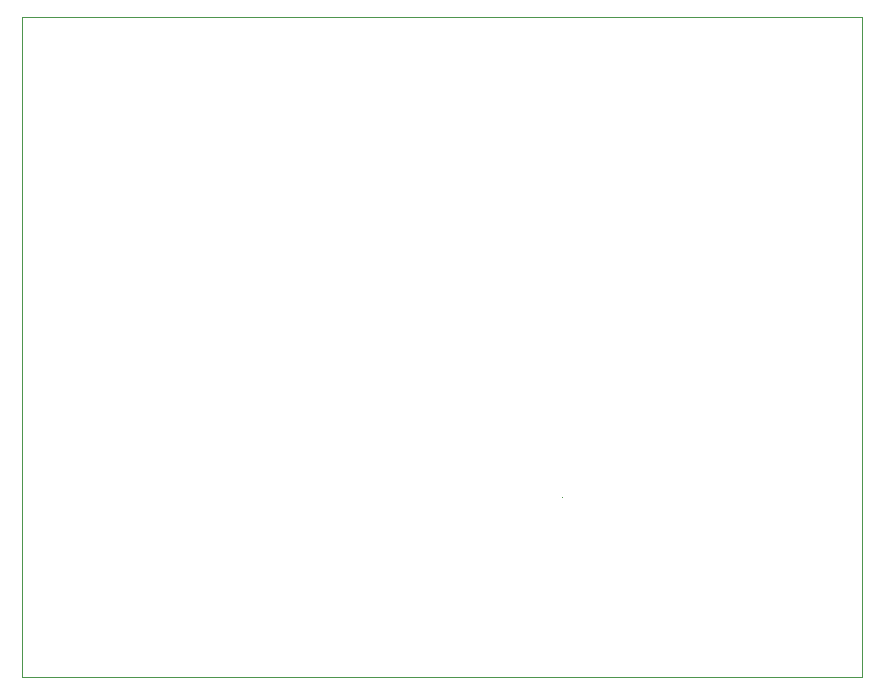
<source format=gbr>
%TF.GenerationSoftware,KiCad,Pcbnew,(6.0.7)*%
%TF.CreationDate,2022-08-16T13:58:00+09:00*%
%TF.ProjectId,test,74657374-2e6b-4696-9361-645f70636258,rev?*%
%TF.SameCoordinates,Original*%
%TF.FileFunction,Profile,NP*%
%FSLAX46Y46*%
G04 Gerber Fmt 4.6, Leading zero omitted, Abs format (unit mm)*
G04 Created by KiCad (PCBNEW (6.0.7)) date 2022-08-16 13:58:00*
%MOMM*%
%LPD*%
G01*
G04 APERTURE LIST*
%TA.AperFunction,Profile*%
%ADD10C,0.100000*%
%TD*%
G04 APERTURE END LIST*
D10*
X152400000Y-93980000D02*
X152400000Y-93980000D01*
X152400000Y-93980000D02*
X152400000Y-93980000D01*
X152400000Y-93980000D02*
X152400000Y-93980000D01*
X152400000Y-93980000D02*
X152400000Y-93980000D01*
X106680000Y-53340000D02*
X177800000Y-53340000D01*
X177800000Y-53340000D02*
X177800000Y-109220000D01*
X177800000Y-109220000D02*
X106680000Y-109220000D01*
X106680000Y-109220000D02*
X106680000Y-53340000D01*
M02*

</source>
